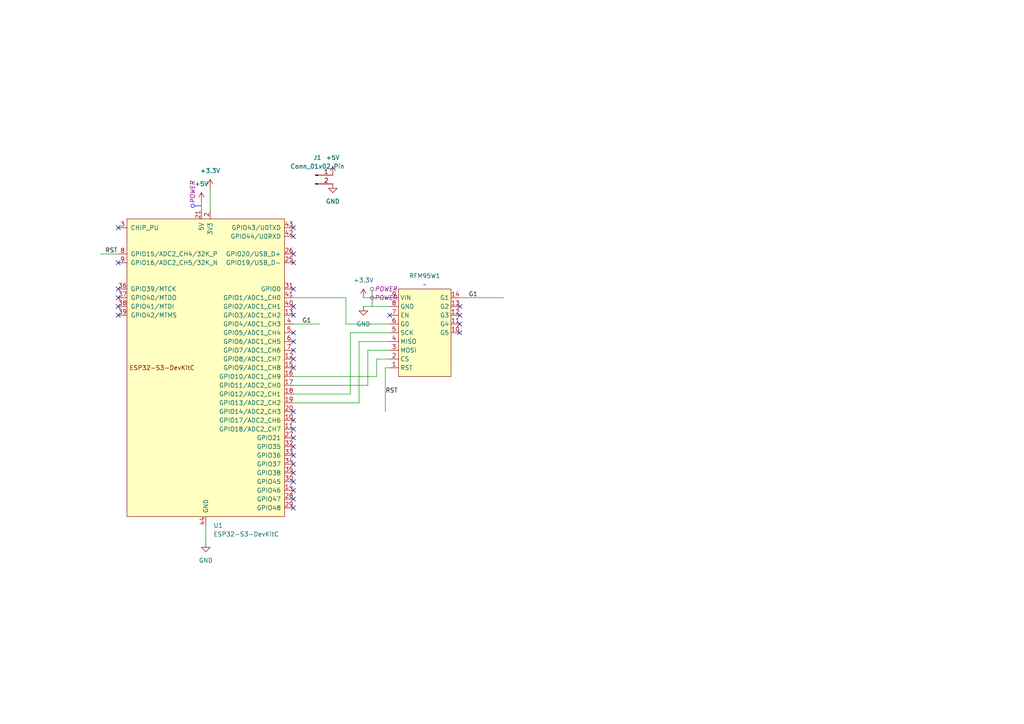
<source format=kicad_sch>
(kicad_sch (version 20231120) (generator "eeschema") (generator_version "8.0")
  (paper "A4")
  (lib_symbols
    (symbol "Connector:Conn_01x02_Pin" (pin_names (offset 1.016) hide)
      (property "Reference" "J" (at 0 2.54 0))
      (property "Value" "Conn_01x02_Pin" (at 0 -5.08 0))
      (symbol "Conn_01x02_Pin_1_1"
        (polyline (pts (xy 1.27 -2.54) (xy 0.8636 -2.54)) (stroke (width 0.1524)))
        (polyline (pts (xy 1.27 0) (xy 0.8636 0)) (stroke (width 0.1524)))
        (rectangle (start 0.8636 -2.413) (end 0 -2.667) (stroke (width 0.1524)) (fill (type outline)))
        (rectangle (start 0.8636 0.127) (end 0 -0.127) (stroke (width 0.1524)) (fill (type outline)))
        (pin passive line (at 5.08 0 180) (length 3.81) (name "Pin_1") (number "1"))
        (pin passive line (at 5.08 -2.54 180) (length 3.81) (name "Pin_2") (number "2"))
      )
    )
    (symbol "PCM_Espressif:ESP32-S3-DevKitC" (pin_names (offset 1.016))
      (property "Reference" "U" (at -22.86 48.26 0))
      (property "Value" "ESP32-S3-DevKitC" (at -22.86 45.72 0))
      (symbol "ESP32-S3-DevKitC_0_0"
        (text "ESP32-S3-DevKitC" (at -12.7 0 0) (effects (font (size 1.27 1.27))))
        (pin bidirectional line (at 25.4 -35.56 180) (length 2.54) (name "GPIO46") (number "14"))
        (pin bidirectional line (at 25.4 -10.16 180) (length 2.54) (name "GPIO13/ADC2_CH2") (number "19"))
        (pin bidirectional line (at -25.4 15.24 0) (length 2.54) (name "GPIO42/MTMS") (number "39"))
        (pin bidirectional line (at 25.4 17.78 180) (length 2.54) (name "GPIO2/ADC1_CH1") (number "40"))
        (pin bidirectional line (at 25.4 20.32 180) (length 2.54) (name "GPIO1/ADC1_CH0") (number "41"))
        (pin bidirectional line (at 25.4 38.1 180) (length 2.54) (name "GPIO44/U0RXD") (number "42"))
        (pin bidirectional line (at 25.4 40.64 180) (length 2.54) (name "GPIO43/U0TXD") (number "43"))
        (pin power_in line (at 0 -45.72 90) (length 2.54) (name "GND") (number "44"))
      )
      (symbol "ESP32-S3-DevKitC_0_1"
        (rectangle (start -22.86 43.18) (end 22.86 -43.18) (fill (type background)))
        (pin power_in line (at 1.27 45.72 270) (length 2.54) (name "3V3") (number "2"))
      )
      (symbol "ESP32-S3-DevKitC_1_1"
        (pin passive line (at 1.27 45.72 270) (length 2.54) hide (name "3V3") (number "1"))
        (pin bidirectional line (at 25.4 -15.24 180) (length 2.54) (name "GPIO17/ADC2_CH6") (number "10"))
        (pin bidirectional line (at 25.4 -17.78 180) (length 2.54) (name "GPIO18/ADC2_CH7") (number "11"))
        (pin bidirectional line (at 25.4 2.54 180) (length 2.54) (name "GPIO8/ADC1_CH7") (number "12"))
        (pin bidirectional line (at 25.4 15.24 180) (length 2.54) (name "GPIO3/ADC1_CH2") (number "13"))
        (pin bidirectional line (at 25.4 0 180) (length 2.54) (name "GPIO9/ADC1_CH8") (number "15"))
        (pin bidirectional line (at 25.4 -2.54 180) (length 2.54) (name "GPIO10/ADC1_CH9") (number "16"))
        (pin bidirectional line (at 25.4 -5.08 180) (length 2.54) (name "GPIO11/ADC2_CH0") (number "17"))
        (pin bidirectional line (at 25.4 -7.62 180) (length 2.54) (name "GPIO12/ADC2_CH1") (number "18"))
        (pin bidirectional line (at 25.4 -12.7 180) (length 2.54) (name "GPIO14/ADC2_CH3") (number "20"))
        (pin power_in line (at -1.27 45.72 270) (length 2.54) (name "5V") (number "21"))
        (pin passive line (at 0 -45.72 90) (length 2.54) hide (name "GND") (number "22"))
        (pin passive line (at 0 -45.72 90) (length 2.54) hide (name "GND") (number "23"))
        (pin passive line (at 0 -45.72 90) (length 2.54) hide (name "GND") (number "24"))
        (pin bidirectional line (at 25.4 30.48 180) (length 2.54) (name "GPIO19/USB_D-") (number "25"))
        (pin bidirectional line (at 25.4 33.02 180) (length 2.54) (name "GPIO20/USB_D+") (number "26"))
        (pin bidirectional line (at 25.4 -20.32 180) (length 2.54) (name "GPIO21") (number "27"))
        (pin bidirectional line (at 25.4 -38.1 180) (length 2.54) (name "GPIO47") (number "28"))
        (pin bidirectional line (at 25.4 -40.64 180) (length 2.54) (name "GPIO48") (number "29"))
        (pin input line (at -25.4 40.64 0) (length 2.54) (name "CHIP_PU") (number "3"))
        (pin bidirectional line (at 25.4 -33.02 180) (length 2.54) (name "GPIO45") (number "30"))
        (pin bidirectional line (at 25.4 22.86 180) (length 2.54) (name "GPIO0") (number "31"))
        (pin bidirectional line (at 25.4 -22.86 180) (length 2.54) (name "GPIO35") (number "32"))
        (pin bidirectional line (at 25.4 -25.4 180) (length 2.54) (name "GPIO36") (number "33"))
        (pin bidirectional line (at 25.4 -27.94 180) (length 2.54) (name "GPIO37") (number "34"))
        (pin bidirectional line (at 25.4 -30.48 180) (length 2.54) (name "GPIO38") (number "35"))
        (pin bidirectional line (at -25.4 22.86 0) (length 2.54) (name "GPIO39/MTCK") (number "36"))
        (pin bidirectional line (at -25.4 20.32 0) (length 2.54) (name "GPIO40/MTDO") (number "37"))
        (pin bidirectional line (at -25.4 17.78 0) (length 2.54) (name "GPIO41/MTDI") (number "38"))
        (pin bidirectional line (at 25.4 12.7 180) (length 2.54) (name "GPIO4/ADC1_CH3") (number "4"))
        (pin bidirectional line (at 25.4 10.16 180) (length 2.54) (name "GPIO5/ADC1_CH4") (number "5"))
        (pin bidirectional line (at 25.4 7.62 180) (length 2.54) (name "GPIO6/ADC1_CH5") (number "6"))
        (pin bidirectional line (at 25.4 5.08 180) (length 2.54) (name "GPIO7/ADC1_CH6") (number "7"))
        (pin bidirectional line (at -25.4 33.02 0) (length 2.54) (name "GPIO15/ADC2_CH4/32K_P") (number "8"))
        (pin bidirectional line (at -25.4 30.48 0) (length 2.54) (name "GPIO16/ADC2_CH5/32K_N") (number "9"))
      )
    )
    (symbol "maciek-symbols:adafruit-rfm95w"
      (property "Reference" "RFM95W" (at 1.27 0.508 90))
      (symbol "adafruit-rfm95w_1_1"
        (rectangle (start -7.62 12.7) (end 7.62 -12.7) (fill (type background)))
        (pin input line (at -10.16 -10.16 0) (length 2.54) (name "RST") (number "1"))
        (pin input line (at 10.16 0 180) (length 2.54) (name "G5") (number "10"))
        (pin input line (at 10.16 2.54 180) (length 2.54) (name "G4") (number "11"))
        (pin input line (at 10.16 5.08 180) (length 2.54) (name "G3") (number "12"))
        (pin input line (at 10.16 7.62 180) (length 2.54) (name "G2") (number "13"))
        (pin input line (at 10.16 10.16 180) (length 2.54) (name "G1") (number "14"))
        (pin input line (at -10.16 -7.62 0) (length 2.54) (name "CS") (number "2"))
        (pin input line (at -10.16 -5.08 0) (length 2.54) (name "MOSI") (number "3"))
        (pin input line (at -10.16 -2.54 0) (length 2.54) (name "MISO") (number "4"))
        (pin input line (at -10.16 0 0) (length 2.54) (name "SCK") (number "5"))
        (pin input line (at -10.16 2.54 0) (length 2.54) (name "G0") (number "6"))
        (pin input line (at -10.16 5.08 0) (length 2.54) (name "EN") (number "7"))
        (pin input line (at -10.16 7.62 0) (length 2.54) (name "GND") (number "8"))
        (pin input line (at -10.16 10.16 0) (length 2.54) (name "VIN") (number "9"))
      )
    )
    (symbol "power:+3.3V" (power) (pin_numbers hide) (pin_names (offset 0) hide)
      (property "Value" "+3.3V" (at 0 3.556 0))
      (symbol "+3.3V_0_1"
        (polyline (pts (xy -0.762 1.27) (xy 0 2.54)))
        (polyline (pts (xy 0 0) (xy 0 2.54)))
        (polyline (pts (xy 0 2.54) (xy 0.762 1.27)))
      )
      (symbol "+3.3V_1_1"
        (pin power_in line (at 0 0 90) (length 0) (name "~") (number "1"))
      )
    )
    (symbol "power:+5V" (power) (pin_numbers hide) (pin_names (offset 0) hide)
      (property "Value" "+5V" (at 0 3.556 0))
      (symbol "+5V_0_1"
        (polyline (pts (xy -0.762 1.27) (xy 0 2.54)))
        (polyline (pts (xy 0 0) (xy 0 2.54)))
        (polyline (pts (xy 0 2.54) (xy 0.762 1.27)))
      )
      (symbol "+5V_1_1"
        (pin power_in line (at 0 0 90) (length 0) (name "~") (number "1"))
      )
    )
    (symbol "power:GND" (power) (pin_numbers hide) (pin_names (offset 0) hide)
      (property "Value" "GND" (at 0 -3.81 0))
      (symbol "GND_0_1"
        (polyline (pts (xy 0 0) (xy 0 -1.27) (xy 1.27 -1.27) (xy 0 -2.54) (xy -1.27 -1.27) (xy 0 -1.27)))
      )
      (symbol "GND_1_1"
        (pin power_in line (at 0 0 270) (length 0) (name "~") (number "1"))
      )
    )
  )
  (no_connect (at 85.09 76.2))
  (no_connect (at 85.09 124.46))
  (no_connect (at 85.09 132.08))
  (no_connect (at 34.29 86.36))
  (no_connect (at 85.09 139.7))
  (no_connect (at 85.09 101.6))
  (no_connect (at 85.09 83.82))
  (no_connect (at 85.09 88.9))
  (no_connect (at 133.35 88.9))
  (no_connect (at 85.09 99.06))
  (no_connect (at 34.29 76.2))
  (no_connect (at 133.35 96.52))
  (no_connect (at 85.09 66.04))
  (no_connect (at 34.29 66.04))
  (no_connect (at 85.09 73.66))
  (no_connect (at 85.09 134.62))
  (no_connect (at 133.35 91.44))
  (no_connect (at 34.29 83.82))
  (no_connect (at 85.09 121.92))
  (no_connect (at 85.09 137.16))
  (no_connect (at 85.09 147.32))
  (no_connect (at 85.09 142.24))
  (no_connect (at 85.09 144.78))
  (no_connect (at 85.09 119.38))
  (no_connect (at 34.29 91.44))
  (no_connect (at 85.09 106.68))
  (no_connect (at 34.29 88.9))
  (no_connect (at 85.09 91.44))
  (no_connect (at 113.03 91.44))
  (no_connect (at 133.35 93.98))
  (no_connect (at 85.09 127))
  (no_connect (at 85.09 129.54))
  (no_connect (at 85.09 96.52))
  (no_connect (at 85.09 104.14))
  (no_connect (at 85.09 68.58))
  (wire (pts (xy 85.09 116.84) (xy 104.14 116.84)))
  (wire (pts (xy 106.68 111.76) (xy 85.09 111.76)))
  (wire (pts (xy 109.22 104.14) (xy 113.03 104.14)))
  (wire (pts (xy 59.69 152.4) (xy 59.69 157.48)))
  (wire (pts (xy 100.33 86.36) (xy 85.09 86.36)))
  (wire (pts (xy 100.33 93.98) (xy 100.33 86.36)))
  (wire (pts (xy 146.05 86.36) (xy 133.35 86.36)))
  (wire (pts (xy 113.03 99.06) (xy 104.14 99.06)))
  (wire (pts (xy 113.03 101.6) (xy 106.68 101.6)))
  (wire (pts (xy 111.76 119.38) (xy 111.76 106.68)))
  (wire (pts (xy 113.03 93.98) (xy 100.33 93.98)))
  (wire (pts (xy 34.29 73.66) (xy 29.21 73.66)))
  (wire (pts (xy 104.14 99.06) (xy 104.14 116.84)))
  (wire (pts (xy 60.96 54.61) (xy 60.96 60.96)))
  (wire (pts (xy 105.41 86.36) (xy 113.03 86.36)))
  (wire (pts (xy 113.03 96.52) (xy 101.6 96.52)))
  (wire (pts (xy 85.09 93.98) (xy 92.71 93.98)))
  (wire (pts (xy 85.09 109.22) (xy 109.22 109.22)))
  (wire (pts (xy 106.68 101.6) (xy 106.68 111.76)))
  (wire (pts (xy 109.22 109.22) (xy 109.22 104.14)))
  (wire (pts (xy 101.6 96.52) (xy 101.6 114.3)))
  (wire (pts (xy 111.76 106.68) (xy 113.03 106.68)))
  (wire (pts (xy 58.42 58.42) (xy 58.42 60.96)))
  (wire (pts (xy 101.6 114.3) (xy 85.09 114.3)))
  (wire (pts (xy 105.41 88.9) (xy 113.03 88.9)))
  (label "G1" (at 87.63 93.98 0))
  (label "RST" (at 111.76 114.3 0))
  (label "RST" (at 30.48 73.66 0))
  (label "G1" (at 135.89 86.36 0))
  (netclass_flag "" (length 2.54) (shape round) (at 107.95 88.9 0) (property "Netclass" "POWER" (at 108.6485 86.36 0) (effects (font (italic yes)) (justify left))))
  (netclass_flag "" (length 2.54) (shape round) (at 58.42 59.69 90) (property "Netclass" "POWER" (at 55.88 58.9915 90) (effects (font (italic yes)) (justify left))))
  (netclass_flag "" (length 2.54) (shape round) (at 107.95 86.36 0) (property "Netclass" "POWER" (at 108.6485 83.82 0) (effects (font (italic yes)) (justify left))))
  (symbol (lib_id "power:+3.3V") (at 60.96 54.61 0) (unit 1)
    (property "Reference" "#PWR03" (effects (hide yes)))
    (property "Value" "+3.3V" (at 60.96 49.53 0))
    (property "Description" "Power symbol creates a global label with name \"+3.3V\"" (effects (hide yes)))
  )
  (symbol (lib_id "power:GND") (at 59.69 157.48 0) (unit 1)
    (property "Reference" "#PWR04" (effects (hide yes)))
    (property "Value" "GND" (at 59.69 162.56 0))
    (property "Description" "Power symbol creates a global label with name \"GND\" , ground" (effects (hide yes)))
  )
  (symbol (lib_id "power:+5V") (at 58.42 58.42 0) (unit 1)
    (property "Reference" "#PWR05" (effects (hide yes)))
    (property "Value" "+5V" (at 58.42 53.34 0))
    (property "Description" "Power symbol creates a global label with name \"+5V\"" (effects (hide yes)))
  )
  (symbol (lib_id "power:+3.3V") (at 105.41 86.36 0) (unit 1)
    (property "Reference" "#PWR02" (effects (hide yes)))
    (property "Value" "+3.3V" (at 105.41 81.28 0))
    (property "Description" "Power symbol creates a global label with name \"+3.3V\"" (effects (hide yes)))
  )
  (symbol (lib_id "power:+5V") (at 96.52 50.8 0) (unit 1)
    (property "Reference" "#PWR06" (effects (hide yes)))
    (property "Value" "+5V" (at 96.52 45.72 0))
    (property "Description" "Power symbol creates a global label with name \"+5V\"" (effects (hide yes)))
  )
  (symbol (lib_id "power:GND") (at 96.52 53.34 0) (unit 1)
    (property "Reference" "#PWR07" (effects (hide yes)))
    (property "Value" "GND" (at 96.52 58.42 0))
    (property "Description" "Power symbol creates a global label with name \"GND\" , ground" (effects (hide yes)))
  )
  (symbol (lib_id "Connector:Conn_01x02_Pin") (at 91.44 50.8 0) (unit 1)
    (property "Reference" "J1" (at 92.075 45.72 0))
    (property "Value" "Conn_01x02_Pin" (at 92.075 48.26 0))
    (property "Footprint" "Connector_PinHeader_2.54mm:PinHeader_1x02_P2.54mm_Horizontal" (effects (hide yes)))
    (property "Description" "Generic connector, single row, 01x02, script generated" (effects (hide yes)))
  )
  (symbol (lib_id "maciek-symbols:adafruit-rfm95w") (at 123.19 96.52 0) (unit 1)
    (property "Reference" "RFM95W1" (at 123.19 80.01 0))
    (property "Value" "~" (at 123.19 82.55 0))
    (property "Footprint" "lora-adafruit" (effects (hide yes)))
  )
  (symbol (lib_id "power:GND") (at 105.41 88.9 0) (unit 1)
    (property "Reference" "#PWR01" (effects (hide yes)))
    (property "Value" "GND" (at 105.41 93.98 0))
    (property "Description" "Power symbol creates a global label with name \"GND\" , ground" (effects (hide yes)))
  )
  (symbol (lib_id "PCM_Espressif:ESP32-S3-DevKitC") (at 59.69 106.68 0) (unit 1)
    (property "Reference" "U1" (at 61.8841 152.4 0) (effects (justify left)))
    (property "Value" "ESP32-S3-DevKitC" (at 61.8841 154.94 0) (effects (justify left)))
    (property "Footprint" "PCM_Espressif:ESP32-S3-DevKitC" (effects (hide yes)))
    (property "Description" "ESP32-S3-DevKitC" (effects (hide yes)))
  )
)
</source>
